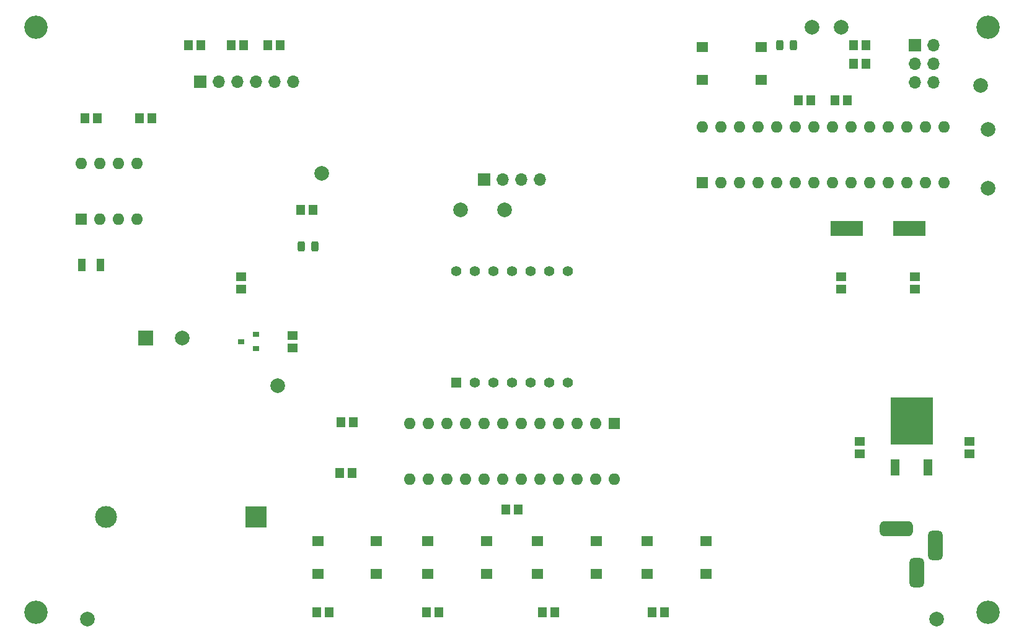
<source format=gbr>
%TF.GenerationSoftware,KiCad,Pcbnew,(6.0.5-0)*%
%TF.CreationDate,2022-07-19T21:11:47-04:00*%
%TF.ProjectId,raaid_clock_final,72616169-645f-4636-9c6f-636b5f66696e,rev?*%
%TF.SameCoordinates,PX4c4b400PY8a48640*%
%TF.FileFunction,Soldermask,Top*%
%TF.FilePolarity,Negative*%
%FSLAX46Y46*%
G04 Gerber Fmt 4.6, Leading zero omitted, Abs format (unit mm)*
G04 Created by KiCad (PCBNEW (6.0.5-0)) date 2022-07-19 21:11:47*
%MOMM*%
%LPD*%
G01*
G04 APERTURE LIST*
G04 Aperture macros list*
%AMRoundRect*
0 Rectangle with rounded corners*
0 $1 Rounding radius*
0 $2 $3 $4 $5 $6 $7 $8 $9 X,Y pos of 4 corners*
0 Add a 4 corners polygon primitive as box body*
4,1,4,$2,$3,$4,$5,$6,$7,$8,$9,$2,$3,0*
0 Add four circle primitives for the rounded corners*
1,1,$1+$1,$2,$3*
1,1,$1+$1,$4,$5*
1,1,$1+$1,$6,$7*
1,1,$1+$1,$8,$9*
0 Add four rect primitives between the rounded corners*
20,1,$1+$1,$2,$3,$4,$5,0*
20,1,$1+$1,$4,$5,$6,$7,0*
20,1,$1+$1,$6,$7,$8,$9,0*
20,1,$1+$1,$8,$9,$2,$3,0*%
G04 Aperture macros list end*
%ADD10C,2.000000*%
%ADD11C,3.200000*%
%ADD12R,1.150000X1.400000*%
%ADD13R,2.000000X2.000000*%
%ADD14R,1.700000X1.700000*%
%ADD15O,1.700000X1.700000*%
%ADD16R,1.600000X1.600000*%
%ADD17O,1.600000X1.600000*%
%ADD18R,1.600000X1.400000*%
%ADD19R,1.400000X1.150000*%
%ADD20RoundRect,0.243750X-0.243750X-0.456250X0.243750X-0.456250X0.243750X0.456250X-0.243750X0.456250X0*%
%ADD21R,4.500000X2.000000*%
%ADD22R,1.400000X1.400000*%
%ADD23C,1.400000*%
%ADD24R,0.900000X0.800000*%
%ADD25R,1.000000X1.800000*%
%ADD26R,1.200000X2.200000*%
%ADD27R,5.800000X6.400000*%
%ADD28R,3.000000X3.000000*%
%ADD29C,3.000000*%
%ADD30RoundRect,0.500000X1.750000X0.500000X-1.750000X0.500000X-1.750000X-0.500000X1.750000X-0.500000X0*%
%ADD31RoundRect,0.500000X-0.500000X1.500000X-0.500000X-1.500000X0.500000X-1.500000X0.500000X1.500000X0*%
G04 APERTURE END LIST*
D10*
%TO.C,TP11*%
X111000000Y85000000D03*
%TD*%
%TO.C,TP10*%
X115000000Y85000000D03*
%TD*%
%TO.C,TP9*%
X44000000Y65000000D03*
%TD*%
%TO.C,TP8*%
X69000000Y60000000D03*
%TD*%
%TO.C,TP7*%
X38000000Y36000000D03*
%TD*%
%TO.C,TP6*%
X63000000Y60000000D03*
%TD*%
%TO.C,TP5*%
X128000000Y4000000D03*
%TD*%
%TO.C,TP4*%
X134000000Y77000000D03*
%TD*%
%TO.C,TP3*%
X12000000Y4000000D03*
%TD*%
%TO.C,TP2*%
X135000000Y71000000D03*
%TD*%
%TO.C,TP1*%
X135000000Y63000000D03*
%TD*%
D11*
%TO.C,H4*%
X135000000Y5000000D03*
%TD*%
D12*
%TO.C,R9*%
X45000000Y5000000D03*
X43300000Y5000000D03*
%TD*%
%TO.C,C8*%
X46450000Y24000000D03*
X48150000Y24000000D03*
%TD*%
%TO.C,C9*%
X46650000Y31000000D03*
X48350000Y31000000D03*
%TD*%
%TO.C,C1*%
X115850000Y75000000D03*
X114150000Y75000000D03*
%TD*%
%TO.C,R12*%
X90850000Y5000000D03*
X89150000Y5000000D03*
%TD*%
D13*
%TO.C,BZ1*%
X20000000Y42500000D03*
D10*
X25000000Y42500000D03*
%TD*%
D14*
%TO.C,U4*%
X66190000Y64150000D03*
D15*
X68730000Y64150000D03*
X71270000Y64150000D03*
X73810000Y64150000D03*
%TD*%
D16*
%TO.C,U5*%
X11200000Y58700000D03*
D17*
X13740000Y58700000D03*
X16280000Y58700000D03*
X18820000Y58700000D03*
X18820000Y66320000D03*
X16280000Y66320000D03*
X13740000Y66320000D03*
X11200000Y66320000D03*
%TD*%
D12*
%TO.C,R8*%
X41150000Y60000000D03*
X42850000Y60000000D03*
%TD*%
%TO.C,C3*%
X27500000Y82500000D03*
X25800000Y82500000D03*
%TD*%
%TO.C,R1*%
X118350000Y82500000D03*
X116650000Y82500000D03*
%TD*%
D18*
%TO.C,SW2*%
X43500000Y14750000D03*
X51500000Y14750000D03*
X43500000Y10250000D03*
X51500000Y10250000D03*
%TD*%
%TO.C,SW4*%
X73500000Y14750000D03*
X81500000Y14750000D03*
X73500000Y10250000D03*
X81500000Y10250000D03*
%TD*%
D19*
%TO.C,C4*%
X115000000Y50850000D03*
X115000000Y49150000D03*
%TD*%
D16*
%TO.C,U1*%
X96000000Y63700000D03*
D17*
X98540000Y63700000D03*
X101080000Y63700000D03*
X103620000Y63700000D03*
X106160000Y63700000D03*
X108700000Y63700000D03*
X111240000Y63700000D03*
X113780000Y63700000D03*
X116320000Y63700000D03*
X118860000Y63700000D03*
X121400000Y63700000D03*
X123940000Y63700000D03*
X126480000Y63700000D03*
X129020000Y63700000D03*
X129020000Y71320000D03*
X126480000Y71320000D03*
X123940000Y71320000D03*
X121400000Y71320000D03*
X118860000Y71320000D03*
X116320000Y71320000D03*
X113780000Y71320000D03*
X111240000Y71320000D03*
X108700000Y71320000D03*
X106160000Y71320000D03*
X103620000Y71320000D03*
X101080000Y71320000D03*
X98540000Y71320000D03*
X96000000Y71320000D03*
%TD*%
D11*
%TO.C,H2*%
X135000000Y85000000D03*
%TD*%
%TO.C,H3*%
X5000000Y5000000D03*
%TD*%
D20*
%TO.C,D2*%
X41212500Y55000000D03*
X43087500Y55000000D03*
%TD*%
D18*
%TO.C,SW1*%
X96000000Y82250000D03*
X104000000Y82250000D03*
X96000000Y77750000D03*
X104000000Y77750000D03*
%TD*%
D19*
%TO.C,R13*%
X33000000Y50850000D03*
X33000000Y49150000D03*
%TD*%
%TO.C,C6*%
X117500000Y26650000D03*
X117500000Y28350000D03*
%TD*%
D11*
%TO.C,H1*%
X5000000Y85000000D03*
%TD*%
D12*
%TO.C,R3*%
X31650000Y82500000D03*
X33350000Y82500000D03*
%TD*%
D21*
%TO.C,Y1*%
X124250000Y57500000D03*
X115750000Y57500000D03*
%TD*%
D12*
%TO.C,R7*%
X70850000Y19000000D03*
X69150000Y19000000D03*
%TD*%
D18*
%TO.C,SW5*%
X88500000Y14750000D03*
X96500000Y14750000D03*
X88500000Y10250000D03*
X96500000Y10250000D03*
%TD*%
D12*
%TO.C,R4*%
X36650000Y82500000D03*
X38350000Y82500000D03*
%TD*%
%TO.C,R10*%
X60000000Y5000000D03*
X58300000Y5000000D03*
%TD*%
D19*
%TO.C,C7*%
X132500000Y26650000D03*
X132500000Y28350000D03*
%TD*%
D16*
%TO.C,U3*%
X83975000Y30800000D03*
D17*
X81435000Y30800000D03*
X78895000Y30800000D03*
X76355000Y30800000D03*
X73815000Y30800000D03*
X71275000Y30800000D03*
X68735000Y30800000D03*
X66195000Y30800000D03*
X63655000Y30800000D03*
X61115000Y30800000D03*
X58575000Y30800000D03*
X56035000Y30800000D03*
X56035000Y23180000D03*
X58575000Y23180000D03*
X61115000Y23180000D03*
X63655000Y23180000D03*
X66195000Y23180000D03*
X68735000Y23180000D03*
X71275000Y23180000D03*
X73815000Y23180000D03*
X76355000Y23180000D03*
X78895000Y23180000D03*
X81435000Y23180000D03*
X83975000Y23180000D03*
%TD*%
D20*
%TO.C,D1*%
X106562500Y82500000D03*
X108437500Y82500000D03*
%TD*%
D12*
%TO.C,R6*%
X19150000Y72500000D03*
X20850000Y72500000D03*
%TD*%
%TO.C,R11*%
X75850000Y5000000D03*
X74150000Y5000000D03*
%TD*%
D22*
%TO.C,DS1*%
X62380000Y36380000D03*
D23*
X64920000Y36380000D03*
X67460000Y36380000D03*
X70000000Y36380000D03*
X72540000Y36380000D03*
X75080000Y36380000D03*
X77620000Y36380000D03*
X77620000Y51620000D03*
X75080000Y51620000D03*
X72540000Y51620000D03*
X70000000Y51620000D03*
X67460000Y51620000D03*
X64920000Y51620000D03*
X62380000Y51620000D03*
%TD*%
D12*
%TO.C,R2*%
X116650000Y80000000D03*
X118350000Y80000000D03*
%TD*%
D24*
%TO.C,Q1*%
X35000000Y41050000D03*
X35000000Y42950000D03*
X33000000Y42000000D03*
%TD*%
D25*
%TO.C,Y2*%
X11250000Y52500000D03*
X13750000Y52500000D03*
%TD*%
D14*
%TO.C,J3*%
X125000000Y82540000D03*
D15*
X127540000Y82540000D03*
X125000000Y80000000D03*
X127540000Y80000000D03*
X125000000Y77460000D03*
X127540000Y77460000D03*
%TD*%
D26*
%TO.C,U2*%
X122295000Y24825000D03*
D27*
X124575000Y31125000D03*
D26*
X126855000Y24825000D03*
%TD*%
D12*
%TO.C,C2*%
X110850000Y75000000D03*
X109150000Y75000000D03*
%TD*%
D19*
%TO.C,R14*%
X40000000Y42850000D03*
X40000000Y41150000D03*
%TD*%
D18*
%TO.C,SW3*%
X58500000Y14750000D03*
X66500000Y14750000D03*
X58500000Y10250000D03*
X66500000Y10250000D03*
%TD*%
D19*
%TO.C,C5*%
X125000000Y50850000D03*
X125000000Y49150000D03*
%TD*%
D12*
%TO.C,R5*%
X11650000Y72500000D03*
X13350000Y72500000D03*
%TD*%
D28*
%TO.C,BT1*%
X35000000Y18000016D03*
D29*
X14510000Y18000016D03*
%TD*%
D30*
%TO.C,J2*%
X122500000Y16420000D03*
D31*
X127800000Y14120000D03*
X125300000Y10420000D03*
%TD*%
D14*
%TO.C,J1*%
X27420000Y77500000D03*
D15*
X29960000Y77500000D03*
X32500000Y77500000D03*
X35040000Y77500000D03*
X37580000Y77500000D03*
X40120000Y77500000D03*
%TD*%
M02*

</source>
